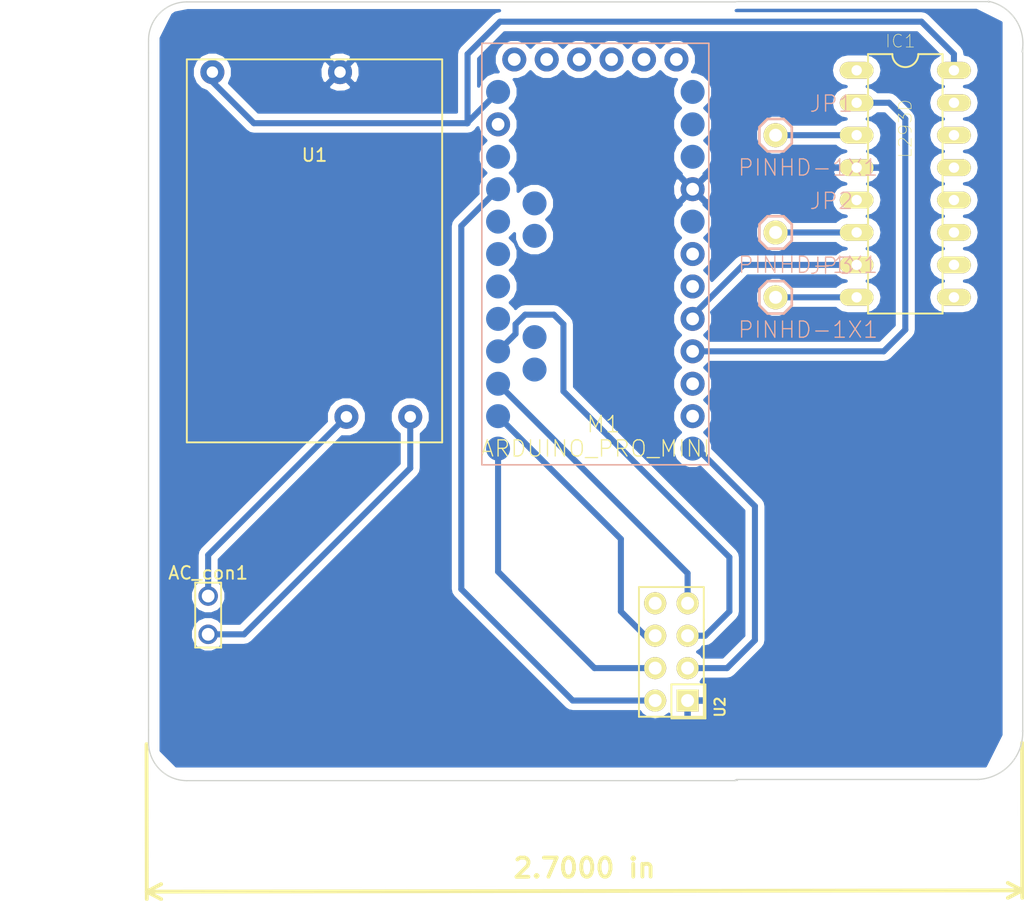
<source format=kicad_pcb>
(kicad_pcb (version 4) (host pcbnew 4.0.6-e0-6349~53~ubuntu16.04.1)

  (general
    (links 18)
    (no_connects 0)
    (area 21.949999 80.949999 68.050001 142.050001)
    (thickness 1.6)
    (drawings 21)
    (tracks 57)
    (zones 0)
    (modules 8)
    (nets 44)
  )

  (page A4)
  (layers
    (0 F.Cu signal)
    (31 B.Cu signal)
    (32 B.Adhes user)
    (33 F.Adhes user)
    (34 B.Paste user)
    (35 F.Paste user)
    (36 B.SilkS user)
    (37 F.SilkS user)
    (38 B.Mask user)
    (39 F.Mask user)
    (40 Dwgs.User user)
    (41 Cmts.User user)
    (42 Eco1.User user)
    (43 Eco2.User user)
    (44 Edge.Cuts user)
    (45 Margin user)
    (46 B.CrtYd user)
    (47 F.CrtYd user)
    (48 B.Fab user)
    (49 F.Fab user)
  )

  (setup
    (last_trace_width 0.474)
    (user_trace_width 0.474)
    (trace_clearance 0.2)
    (zone_clearance 0.508)
    (zone_45_only no)
    (trace_min 0.2)
    (segment_width 0.2)
    (edge_width 0.1)
    (via_size 0.6)
    (via_drill 0.4)
    (via_min_size 0.4)
    (via_min_drill 0.3)
    (uvia_size 0.3)
    (uvia_drill 0.1)
    (uvias_allowed no)
    (uvia_min_size 0.2)
    (uvia_min_drill 0.1)
    (pcb_text_width 0.3)
    (pcb_text_size 1.5 1.5)
    (mod_edge_width 0.15)
    (mod_text_size 1 1)
    (mod_text_width 0.15)
    (pad_size 1.8796 1.8796)
    (pad_drill 1)
    (pad_to_mask_clearance 0)
    (aux_axis_origin 0 0)
    (visible_elements FFFFFF7F)
    (pcbplotparams
      (layerselection 0x00030_80000001)
      (usegerberextensions false)
      (excludeedgelayer true)
      (linewidth 0.100000)
      (plotframeref false)
      (viasonmask false)
      (mode 1)
      (useauxorigin false)
      (hpglpennumber 1)
      (hpglpenspeed 20)
      (hpglpendiameter 15)
      (hpglpenoverlay 2)
      (psnegative false)
      (psa4output false)
      (plotreference true)
      (plotvalue true)
      (plotinvisibletext false)
      (padsonsilk false)
      (subtractmaskfromsilk false)
      (outputformat 1)
      (mirror false)
      (drillshape 1)
      (scaleselection 1)
      (outputdirectory ""))
  )

  (net 0 "")
  (net 1 "Net-(M1-Pad1)")
  (net 2 "Net-(M1-Pad2)")
  (net 3 "Net-(M1-Pad3)")
  (net 4 "Net-(M1-Pad5)")
  (net 5 "Net-(M1-Pad6)")
  (net 6 "Net-(M1-Pad7)")
  (net 7 "Net-(M1-Pad10)")
  (net 8 "Net-(M1-Pad11)")
  (net 9 "Net-(M1-Pad12)")
  (net 10 "Net-(M1-Pad13)")
  (net 11 "Net-(M1-Pad14)")
  (net 12 "Net-(M1-Pad15)")
  (net 13 "Net-(M1-Pad16)")
  (net 14 "Net-(M1-Pad17)")
  (net 15 "Net-(M1-Pad18)")
  (net 16 "Net-(M1-Pad19)")
  (net 17 "Net-(M1-Pad20)")
  (net 18 "Net-(M1-Pad21)")
  (net 19 "Net-(M1-Pad22)")
  (net 20 "Net-(M1-Pad23)")
  (net 21 "Net-(M1-PadA4)")
  (net 22 "Net-(M1-PadA5)")
  (net 23 "Net-(M1-PadA6)")
  (net 24 "Net-(M1-PadA7)")
  (net 25 "Net-(U2-Pad8)")
  (net 26 "Net-(AC_con1-Pad1)")
  (net 27 "Net-(AC_con1-Pad2)")
  (net 28 "Net-(IC1-Pad1)")
  (net 29 "Net-(IC1-Pad2)")
  (net 30 "Net-(IC1-Pad7)")
  (net 31 "Net-(IC1-Pad8)")
  (net 32 "Net-(IC1-Pad3)")
  (net 33 "Net-(IC1-Pad4)")
  (net 34 "Net-(IC1-Pad6)")
  (net 35 "Net-(IC1-Pad5)")
  (net 36 "Net-(IC1-Pad9)")
  (net 37 "Net-(IC1-Pad10)")
  (net 38 "Net-(IC1-Pad11)")
  (net 39 "Net-(IC1-Pad12)")
  (net 40 "Net-(IC1-Pad13)")
  (net 41 "Net-(IC1-Pad14)")
  (net 42 "Net-(IC1-Pad15)")
  (net 43 "Net-(IC1-Pad16)")

  (net_class Default "This is the default net class."
    (clearance 0.2)
    (trace_width 0.25)
    (via_dia 0.6)
    (via_drill 0.4)
    (uvia_dia 0.3)
    (uvia_drill 0.1)
    (add_net "Net-(AC_con1-Pad1)")
    (add_net "Net-(AC_con1-Pad2)")
    (add_net "Net-(IC1-Pad1)")
    (add_net "Net-(IC1-Pad10)")
    (add_net "Net-(IC1-Pad11)")
    (add_net "Net-(IC1-Pad12)")
    (add_net "Net-(IC1-Pad13)")
    (add_net "Net-(IC1-Pad14)")
    (add_net "Net-(IC1-Pad15)")
    (add_net "Net-(IC1-Pad16)")
    (add_net "Net-(IC1-Pad2)")
    (add_net "Net-(IC1-Pad3)")
    (add_net "Net-(IC1-Pad4)")
    (add_net "Net-(IC1-Pad5)")
    (add_net "Net-(IC1-Pad6)")
    (add_net "Net-(IC1-Pad7)")
    (add_net "Net-(IC1-Pad8)")
    (add_net "Net-(IC1-Pad9)")
    (add_net "Net-(M1-Pad1)")
    (add_net "Net-(M1-Pad10)")
    (add_net "Net-(M1-Pad11)")
    (add_net "Net-(M1-Pad12)")
    (add_net "Net-(M1-Pad13)")
    (add_net "Net-(M1-Pad14)")
    (add_net "Net-(M1-Pad15)")
    (add_net "Net-(M1-Pad16)")
    (add_net "Net-(M1-Pad17)")
    (add_net "Net-(M1-Pad18)")
    (add_net "Net-(M1-Pad19)")
    (add_net "Net-(M1-Pad2)")
    (add_net "Net-(M1-Pad20)")
    (add_net "Net-(M1-Pad21)")
    (add_net "Net-(M1-Pad22)")
    (add_net "Net-(M1-Pad23)")
    (add_net "Net-(M1-Pad3)")
    (add_net "Net-(M1-Pad5)")
    (add_net "Net-(M1-Pad6)")
    (add_net "Net-(M1-Pad7)")
    (add_net "Net-(M1-PadA4)")
    (add_net "Net-(M1-PadA5)")
    (add_net "Net-(M1-PadA6)")
    (add_net "Net-(M1-PadA7)")
    (add_net "Net-(U2-Pad8)")
  )

  (module SparkFun-Boards:ARDUINO_PRO_MINI (layer B.Cu) (tedit 59A7F5D2) (tstamp 59957DCC)
    (at 57 100.75 180)
    (path /598D8D20)
    (attr virtual)
    (fp_text reference M1 (at -0.635 -13.335 180) (layer F.SilkS)
      (effects (font (size 1.27 1.27) (thickness 0.1016)))
    )
    (fp_text value ARDUINO_PRO_MINI (at 0 -15.24 180) (layer F.SilkS)
      (effects (font (size 1.27 1.27) (thickness 0.1016)))
    )
    (fp_line (start -8.89 16.51) (end -8.89 -16.51) (layer B.SilkS) (width 0.127))
    (fp_line (start -8.89 -16.51) (end 8.89 -16.51) (layer B.SilkS) (width 0.127))
    (fp_line (start 8.89 -16.51) (end 8.89 16.51) (layer B.SilkS) (width 0.127))
    (fp_line (start 8.89 16.51) (end -8.89 16.51) (layer B.SilkS) (width 0.127))
    (pad 1 smd circle (at -7.62 12.7 180) (size 1.8796 1.8796) (layers B.Cu B.Paste B.Mask)
      (net 1 "Net-(M1-Pad1)"))
    (pad 2 smd circle (at -7.62 10.16 180) (size 1.8796 1.8796) (layers B.Cu B.Paste B.Mask)
      (net 2 "Net-(M1-Pad2)"))
    (pad 3 smd circle (at -7.62 7.62 180) (size 1.8796 1.8796) (layers B.Cu B.Paste B.Mask)
      (net 3 "Net-(M1-Pad3)"))
    (pad 4 thru_hole circle (at -7.62 5.08 180) (size 1.8796 1.8796) (drill 1) (layers *.Cu *.Mask)
      (net 33 "Net-(IC1-Pad4)"))
    (pad 5 smd circle (at -7.62 2.54 180) (size 1.8796 1.8796) (layers B.Cu B.Paste B.Mask)
      (net 4 "Net-(M1-Pad5)"))
    (pad 6 thru_hole circle (at -7.62 0 180) (size 1.8796 1.8796) (drill 1) (layers *.Cu *.Mask)
      (net 5 "Net-(M1-Pad6)"))
    (pad 7 thru_hole circle (at -7.62 -2.54 180) (size 1.8796 1.8796) (drill 1) (layers *.Cu *.Mask)
      (net 6 "Net-(M1-Pad7)"))
    (pad 8 thru_hole circle (at -7.62 -5.08 180) (size 1.8796 1.8796) (drill 1) (layers *.Cu *.Mask)
      (net 30 "Net-(IC1-Pad7)"))
    (pad 9 thru_hole circle (at -7.62 -7.62 180) (size 1.8796 1.8796) (drill 1) (layers *.Cu *.Mask)
      (net 29 "Net-(IC1-Pad2)"))
    (pad 10 thru_hole circle (at -7.62 -10.16 180) (size 1.8796 1.8796) (drill 1) (layers *.Cu *.Mask)
      (net 7 "Net-(M1-Pad10)"))
    (pad 11 thru_hole circle (at -7.62 -12.7 180) (size 1.8796 1.8796) (drill 1) (layers *.Cu *.Mask)
      (net 8 "Net-(M1-Pad11)"))
    (pad 12 smd circle (at -7.62 -15.24 180) (size 1.8796 1.8796) (layers B.Cu B.Paste B.Mask)
      (net 9 "Net-(M1-Pad12)"))
    (pad 13 smd circle (at 7.62 -15.24 180) (size 1.8796 1.8796) (layers B.Cu B.Paste B.Mask)
      (net 10 "Net-(M1-Pad13)"))
    (pad 14 smd circle (at 7.62 -12.7 180) (size 1.8796 1.8796) (layers B.Cu B.Paste B.Mask)
      (net 11 "Net-(M1-Pad14)"))
    (pad 15 smd circle (at 7.62 -10.16 180) (size 1.8796 1.8796) (layers B.Cu B.Paste B.Mask)
      (net 12 "Net-(M1-Pad15)"))
    (pad 16 smd circle (at 7.62 -7.62 180) (size 1.8796 1.8796) (layers B.Cu B.Paste B.Mask)
      (net 13 "Net-(M1-Pad16)"))
    (pad 17 smd circle (at 7.62 -5.08 180) (size 1.8796 1.8796) (layers B.Cu B.Paste B.Mask)
      (net 14 "Net-(M1-Pad17)"))
    (pad 18 smd circle (at 7.62 -2.54 180) (size 1.8796 1.8796) (layers B.Cu B.Paste B.Mask)
      (net 15 "Net-(M1-Pad18)"))
    (pad 19 smd circle (at 7.62 0 180) (size 1.8796 1.8796) (layers B.Cu B.Paste B.Mask)
      (net 16 "Net-(M1-Pad19)"))
    (pad 20 smd circle (at 7.62 2.54 180) (size 1.8796 1.8796) (layers B.Cu B.Paste B.Mask)
      (net 17 "Net-(M1-Pad20)"))
    (pad 21 smd circle (at 7.62 5.08 180) (size 1.8796 1.8796) (layers B.Cu B.Paste B.Mask)
      (net 18 "Net-(M1-Pad21)"))
    (pad 22 smd circle (at 7.62 7.62 180) (size 1.8796 1.8796) (layers B.Cu B.Paste B.Mask)
      (net 19 "Net-(M1-Pad22)"))
    (pad 23 thru_hole circle (at 7.62 10.16 180) (size 1.8796 1.8796) (drill 1) (layers *.Cu *.Mask)
      (net 20 "Net-(M1-Pad23)"))
    (pad 24 smd circle (at 7.62 12.7 180) (size 1.8796 1.8796) (layers B.Cu B.Paste B.Mask)
      (net 43 "Net-(IC1-Pad16)"))
    (pad A4 smd circle (at 4.7625 1.42748 180) (size 1.8796 1.8796) (layers B.Cu B.Paste B.Mask)
      (net 21 "Net-(M1-PadA4)"))
    (pad A5 smd circle (at 4.7625 3.96748 180) (size 1.8796 1.8796) (layers B.Cu B.Paste B.Mask)
      (net 22 "Net-(M1-PadA5)"))
    (pad A6 smd circle (at 4.7625 -9.04748 180) (size 1.8796 1.8796) (layers B.Cu B.Paste B.Mask)
      (net 23 "Net-(M1-PadA6)"))
    (pad A7 smd circle (at 4.7625 -6.50748 180) (size 1.8796 1.8796) (layers B.Cu B.Paste B.Mask)
      (net 24 "Net-(M1-PadA7)"))
    (pad BLK thru_hole circle (at -6.35 15.24 180) (size 1.8796 1.8796) (drill 1) (layers *.Cu *.Mask))
    (pad GND thru_hole circle (at -3.81 15.24 180) (size 1.8796 1.8796) (drill 1) (layers *.Cu *.Mask))
    (pad GRN thru_hole circle (at 6.35 15.24 180) (size 1.8796 1.8796) (drill 1) (layers *.Cu *.Mask))
    (pad RXI thru_hole circle (at 1.27 15.24 180) (size 1.8796 1.8796) (drill 1) (layers *.Cu *.Mask))
    (pad TXO thru_hole circle (at 3.81 15.24 180) (size 1.8796 1.8796) (drill 1) (layers *.Cu *.Mask))
    (pad VCC thru_hole circle (at -1.27 15.24 180) (size 1.8796 1.8796) (drill 1) (layers *.Cu *.Mask))
  )

  (module ACDC:ACDC (layer F.Cu) (tedit 5995C2FF) (tstamp 59957DD8)
    (at 35 100.5 180)
    (path /599065B9)
    (fp_text reference U1 (at 0 7.5 180) (layer F.SilkS)
      (effects (font (size 1 1) (thickness 0.15)))
    )
    (fp_text value ACDC (at 0 -7.5 180) (layer F.Fab)
      (effects (font (size 1 1) (thickness 0.15)))
    )
    (fp_line (start -10 -15) (end 10 -15) (layer F.SilkS) (width 0.15))
    (fp_line (start 10 -15) (end 10 15) (layer F.SilkS) (width 0.15))
    (fp_line (start 10 15) (end -10 15) (layer F.SilkS) (width 0.15))
    (fp_line (start -10 15) (end -10 -15) (layer F.SilkS) (width 0.15))
    (pad 1 thru_hole circle (at -7.5 -13 180) (size 1.88 1.88) (drill 0.9) (layers *.Cu *.Mask)
      (net 26 "Net-(AC_con1-Pad1)"))
    (pad 2 thru_hole circle (at -2.5 -13 180) (size 1.88 1.88) (drill 0.9) (layers *.Cu *.Mask)
      (net 27 "Net-(AC_con1-Pad2)"))
    (pad 4 thru_hole circle (at -2 14 180) (size 1.88 1.88) (drill 0.9) (layers *.Cu *.Mask)
      (net 33 "Net-(IC1-Pad4)"))
    (pad 3 thru_hole circle (at 8 14 180) (size 1.88 1.88) (drill 0.9) (layers *.Cu *.Mask)
      (net 43 "Net-(IC1-Pad16)"))
  )

  (module mysensors_radios:NRF24L01 (layer F.Cu) (tedit 5587F36C) (tstamp 59957DE4)
    (at 65.75 137.25 270)
    (descr NRF24L01)
    (tags "nRF 24 NRF24L01 NRF24L01+")
    (path /59902D13)
    (fp_text reference U2 (at -1.016 -1.016 270) (layer F.SilkS)
      (effects (font (size 0.8 0.8) (thickness 0.16)))
    )
    (fp_text value NRF24L01 (at -8.382 7.112 270) (layer F.Fab) hide
      (effects (font (size 0.8 0.8) (thickness 0.16)))
    )
    (fp_line (start -15.25 28.8) (end 0 28.8) (layer F.CrtYd) (width 0.15))
    (fp_line (start 0 28.8) (end 0 0) (layer F.CrtYd) (width 0.15))
    (fp_line (start 0 0) (end -15.25 0) (layer F.CrtYd) (width 0.15))
    (fp_line (start -15.25 0) (end -15.25 28.8) (layer F.CrtYd) (width 0.15))
    (fp_line (start -2.794 0.127) (end -0.127 0.127) (layer F.SilkS) (width 0.15))
    (fp_line (start -0.127 0.127) (end -0.127 2.794) (layer F.SilkS) (width 0.15))
    (fp_line (start 0 0) (end -15.25 0) (layer B.CrtYd) (width 0.15))
    (fp_line (start -15.25 0) (end -15.25 28.8) (layer B.CrtYd) (width 0.15))
    (fp_line (start -15.25 28.8) (end 0 28.8) (layer B.CrtYd) (width 0.15))
    (fp_line (start 0 28.8) (end 0 0) (layer B.CrtYd) (width 0.15))
    (fp_line (start -7.874 0.254) (end -10.414 0.254) (layer F.SilkS) (width 0.15))
    (fp_line (start -10.414 0.254) (end -10.414 2.794) (layer F.SilkS) (width 0.15))
    (fp_line (start -2.794 0.254) (end -2.794 2.794) (layer F.SilkS) (width 0.15))
    (fp_line (start -2.794 2.794) (end -0.254 2.794) (layer F.SilkS) (width 0.15))
    (fp_line (start -10.894 -0.226) (end -10.894 5.824) (layer F.CrtYd) (width 0.05))
    (fp_line (start 0.256 -0.226) (end 0.256 5.824) (layer F.CrtYd) (width 0.05))
    (fp_line (start -10.894 -0.226) (end 0.256 -0.226) (layer F.CrtYd) (width 0.05))
    (fp_line (start -10.894 5.824) (end 0.256 5.824) (layer F.CrtYd) (width 0.05))
    (fp_line (start -7.874 0.254) (end -0.254 0.254) (layer F.SilkS) (width 0.15))
    (fp_line (start -0.254 0.254) (end -0.254 5.334) (layer F.SilkS) (width 0.15))
    (fp_line (start -0.254 5.334) (end -10.414 5.334) (layer F.SilkS) (width 0.15))
    (fp_line (start -10.414 5.334) (end -10.414 2.794) (layer F.SilkS) (width 0.15))
    (pad 7 thru_hole oval (at -9.144 1.524 270) (size 1.7272 1.7272) (drill 1.016) (layers *.Cu *.Mask F.SilkS)
      (net 12 "Net-(M1-Pad15)"))
    (pad 8 thru_hole oval (at -9.144 4.064 270) (size 1.7272 1.7272) (drill 1.016) (layers *.Cu *.Mask F.SilkS)
      (net 25 "Net-(U2-Pad8)"))
    (pad 5 thru_hole oval (at -6.604 1.524 270) (size 1.7272 1.7272) (drill 1.016) (layers *.Cu *.Mask F.SilkS)
      (net 13 "Net-(M1-Pad16)"))
    (pad 6 thru_hole oval (at -6.604 4.064 270) (size 1.7272 1.7272) (drill 1.016) (layers *.Cu *.Mask F.SilkS)
      (net 11 "Net-(M1-Pad14)"))
    (pad 3 thru_hole oval (at -4.064 1.524 270) (size 1.7272 1.7272) (drill 1.016) (layers *.Cu *.Mask F.SilkS)
      (net 9 "Net-(M1-Pad12)"))
    (pad 4 thru_hole oval (at -4.064 4.064 270) (size 1.7272 1.7272) (drill 1.016) (layers *.Cu *.Mask F.SilkS)
      (net 10 "Net-(M1-Pad13)"))
    (pad 1 thru_hole rect (at -1.524 1.524 270) (size 1.7272 1.7272) (drill 1.016) (layers *.Cu *.Mask F.SilkS)
      (net 33 "Net-(IC1-Pad4)"))
    (pad 2 thru_hole oval (at -1.524 4.064 270) (size 1.7272 1.7272) (drill 1.016) (layers *.Cu *.Mask F.SilkS)
      (net 18 "Net-(M1-Pad21)"))
    (model Socket_Strips.3dshapes/Socket_Strip_Straight_2x04.wrl
      (at (xyz -0.21 -0.11 0))
      (scale (xyz 1 1 1))
      (rotate (xyz 0 0 0))
    )
    (model Pin_Headers.3dshapes/Pin_Header_Straight_2x04.wrl
      (at (xyz -0.21 -0.11 0.442))
      (scale (xyz 1 1 1))
      (rotate (xyz 0 180 0))
    )
    (model ${MYSLOCAL}/mysensors.3dshapes/mysensors_radios.3dshapes/nrf24l01.wrl
      (at (xyz -0.3 -0.5669999999999999 0.475))
      (scale (xyz 0.395 0.395 0.395))
      (rotate (xyz 0 0 0))
    )
    (model Housings_DFN_QFN.3dshapes/QFN-20-1EP_4x4mm_Pitch0.5mm.wrl
      (at (xyz -0.22 -0.51 0.509))
      (scale (xyz 1 1 1))
      (rotate (xyz 0 0 0))
    )
    (model ${MYSLOCAL}/mysensors.3dshapes/w.lain.3dshapes/crystal/crystal_hc-49s.wrl
      (at (xyz -0.5 -0.475 0.51))
      (scale (xyz 1 1 1))
      (rotate (xyz 0 0 90))
    )
  )

  (module ACDC:AC_con (layer F.Cu) (tedit 5995C2A3) (tstamp 5995C277)
    (at 26.67 129.54 180)
    (path /59957AB2)
    (fp_text reference AC_con1 (at 0 3.81 180) (layer F.SilkS)
      (effects (font (size 1 1) (thickness 0.15)))
    )
    (fp_text value AC_con (at 0 -3.81 180) (layer F.Fab)
      (effects (font (size 1 1) (thickness 0.15)))
    )
    (fp_line (start -1.016 3.048) (end -1.016 2.54) (layer F.SilkS) (width 0.15))
    (fp_line (start 1.016 2.54) (end 1.016 3.048) (layer F.SilkS) (width 0.15))
    (fp_line (start 1.016 3.048) (end -1.016 3.048) (layer F.SilkS) (width 0.15))
    (fp_line (start -1.016 2.032) (end -1.016 2.54) (layer F.SilkS) (width 0.15))
    (fp_line (start 1.016 2.032) (end 1.016 2.54) (layer F.SilkS) (width 0.15))
    (fp_line (start -1.016 -2.032) (end 1.016 -2.032) (layer F.SilkS) (width 0.15))
    (fp_line (start -1.016 -2.032) (end -1.016 2.032) (layer F.SilkS) (width 0.15))
    (fp_line (start 1.016 -2.032) (end 1.016 2.032) (layer F.SilkS) (width 0.15))
    (pad 1 thru_hole circle (at 0 -1 180) (size 1.524 1.524) (drill 1) (layers *.Cu *.Mask)
      (net 26 "Net-(AC_con1-Pad1)"))
    (pad 2 thru_hole circle (at 0 2 180) (size 1.524 1.524) (drill 1) (layers *.Cu *.Mask)
      (net 27 "Net-(AC_con1-Pad2)"))
  )

  (module L293D:DIL16 (layer F.Cu) (tedit 0) (tstamp 59A7F242)
    (at 81.28 95.25 270)
    (descr "<b>Dual In Line Package</b>")
    (path /59A7ED5D)
    (fp_text reference IC1 (at -11.1771 0.381038 360) (layer F.SilkS)
      (effects (font (size 1.0001 1.0001) (thickness 0.05)))
    )
    (fp_text value L293D (at -4.32257 0 270) (layer F.SilkS)
      (effects (font (size 1.00106 1.00106) (thickness 0.05)))
    )
    (fp_line (start 10.16 -2.921) (end -10.16 -2.921) (layer F.SilkS) (width 0.1524))
    (fp_line (start -10.16 2.921) (end 10.16 2.921) (layer F.SilkS) (width 0.1524))
    (fp_line (start 10.16 -2.921) (end 10.16 2.921) (layer F.SilkS) (width 0.1524))
    (fp_line (start -10.16 -2.921) (end -10.16 -1.016) (layer F.SilkS) (width 0.1524))
    (fp_line (start -10.16 2.921) (end -10.16 1.016) (layer F.SilkS) (width 0.1524))
    (fp_arc (start -10.16 0) (end -10.16 1.016) (angle -180) (layer F.SilkS) (width 0.1524))
    (pad 1 thru_hole oval (at -8.89 3.81) (size 2.6416 1.3208) (drill 0.8128) (layers *.Cu *.Mask F.SilkS)
      (net 28 "Net-(IC1-Pad1)"))
    (pad 2 thru_hole oval (at -6.35 3.81) (size 2.6416 1.3208) (drill 0.8128) (layers *.Cu *.Mask F.SilkS)
      (net 29 "Net-(IC1-Pad2)"))
    (pad 7 thru_hole oval (at 6.35 3.81) (size 2.6416 1.3208) (drill 0.8128) (layers *.Cu *.Mask F.SilkS)
      (net 30 "Net-(IC1-Pad7)"))
    (pad 8 thru_hole oval (at 8.89 3.81) (size 2.6416 1.3208) (drill 0.8128) (layers *.Cu *.Mask F.SilkS)
      (net 31 "Net-(IC1-Pad8)"))
    (pad 3 thru_hole oval (at -3.81 3.81) (size 2.6416 1.3208) (drill 0.8128) (layers *.Cu *.Mask F.SilkS)
      (net 32 "Net-(IC1-Pad3)"))
    (pad 4 thru_hole oval (at -1.27 3.81) (size 2.6416 1.3208) (drill 0.8128) (layers *.Cu *.Mask F.SilkS)
      (net 33 "Net-(IC1-Pad4)"))
    (pad 6 thru_hole oval (at 3.81 3.81) (size 2.6416 1.3208) (drill 0.8128) (layers *.Cu *.Mask F.SilkS)
      (net 34 "Net-(IC1-Pad6)"))
    (pad 5 thru_hole oval (at 1.27 3.81) (size 2.6416 1.3208) (drill 0.8128) (layers *.Cu *.Mask F.SilkS)
      (net 35 "Net-(IC1-Pad5)"))
    (pad 9 thru_hole oval (at 8.89 -3.81) (size 2.6416 1.3208) (drill 0.8128) (layers *.Cu *.Mask F.SilkS)
      (net 36 "Net-(IC1-Pad9)"))
    (pad 10 thru_hole oval (at 6.35 -3.81) (size 2.6416 1.3208) (drill 0.8128) (layers *.Cu *.Mask F.SilkS)
      (net 37 "Net-(IC1-Pad10)"))
    (pad 11 thru_hole oval (at 3.81 -3.81) (size 2.6416 1.3208) (drill 0.8128) (layers *.Cu *.Mask F.SilkS)
      (net 38 "Net-(IC1-Pad11)"))
    (pad 12 thru_hole oval (at 1.27 -3.81) (size 2.6416 1.3208) (drill 0.8128) (layers *.Cu *.Mask F.SilkS)
      (net 39 "Net-(IC1-Pad12)"))
    (pad 13 thru_hole oval (at -1.27 -3.81) (size 2.6416 1.3208) (drill 0.8128) (layers *.Cu *.Mask F.SilkS)
      (net 40 "Net-(IC1-Pad13)"))
    (pad 14 thru_hole oval (at -3.81 -3.81) (size 2.6416 1.3208) (drill 0.8128) (layers *.Cu *.Mask F.SilkS)
      (net 41 "Net-(IC1-Pad14)"))
    (pad 15 thru_hole oval (at -6.35 -3.81) (size 2.6416 1.3208) (drill 0.8128) (layers *.Cu *.Mask F.SilkS)
      (net 42 "Net-(IC1-Pad15)"))
    (pad 16 thru_hole oval (at -8.89 -3.81) (size 2.6416 1.3208) (drill 0.8128) (layers *.Cu *.Mask F.SilkS)
      (net 43 "Net-(IC1-Pad16)"))
  )

  (module 1X01 (layer F.Cu) (tedit 200000) (tstamp 59A7F425)
    (at 71.12 91.44)
    (path /59A7FC52)
    (attr virtual)
    (fp_text reference JP1 (at 4.36626 -2.4638) (layer B.SilkS)
      (effects (font (size 1.27 1.27) (thickness 0.1016)))
    )
    (fp_text value PINHD-1X1 (at 2.54 2.54) (layer B.SilkS)
      (effects (font (size 1.27 1.27) (thickness 0.1016)))
    )
    (fp_line (start -0.254 0.254) (end 0.254 0.254) (layer F.SilkS) (width 0.06604))
    (fp_line (start 0.254 0.254) (end 0.254 -0.254) (layer F.SilkS) (width 0.06604))
    (fp_line (start -0.254 -0.254) (end 0.254 -0.254) (layer F.SilkS) (width 0.06604))
    (fp_line (start -0.254 0.254) (end -0.254 -0.254) (layer F.SilkS) (width 0.06604))
    (fp_line (start 1.27 -0.635) (end 0.635 -1.27) (layer B.SilkS) (width 0.2032))
    (fp_line (start 0.635 -1.27) (end -0.635 -1.27) (layer B.SilkS) (width 0.2032))
    (fp_line (start -0.635 -1.27) (end -1.27 -0.635) (layer B.SilkS) (width 0.2032))
    (fp_line (start -1.27 -0.635) (end -1.27 0.635) (layer B.SilkS) (width 0.2032))
    (fp_line (start -1.27 0.635) (end -0.635 1.27) (layer B.SilkS) (width 0.2032))
    (fp_line (start -0.635 1.27) (end 0.635 1.27) (layer B.SilkS) (width 0.2032))
    (fp_line (start 0.635 1.27) (end 1.27 0.635) (layer B.SilkS) (width 0.2032))
    (fp_line (start 1.27 0.635) (end 1.27 -0.635) (layer B.SilkS) (width 0.2032))
    (pad 1 thru_hole circle (at 0 0) (size 1.8796 1.8796) (drill 1.016) (layers *.Cu F.Paste F.SilkS F.Mask)
      (net 32 "Net-(IC1-Pad3)"))
  )

  (module 1X01 (layer F.Cu) (tedit 200000) (tstamp 59A7F42A)
    (at 71.12 99.06)
    (path /59A7FCC7)
    (attr virtual)
    (fp_text reference JP2 (at 4.36626 -2.4638) (layer B.SilkS)
      (effects (font (size 1.27 1.27) (thickness 0.1016)))
    )
    (fp_text value PINHD-1X1 (at 2.54 2.54) (layer B.SilkS)
      (effects (font (size 1.27 1.27) (thickness 0.1016)))
    )
    (fp_line (start -0.254 0.254) (end 0.254 0.254) (layer F.SilkS) (width 0.06604))
    (fp_line (start 0.254 0.254) (end 0.254 -0.254) (layer F.SilkS) (width 0.06604))
    (fp_line (start -0.254 -0.254) (end 0.254 -0.254) (layer F.SilkS) (width 0.06604))
    (fp_line (start -0.254 0.254) (end -0.254 -0.254) (layer F.SilkS) (width 0.06604))
    (fp_line (start 1.27 -0.635) (end 0.635 -1.27) (layer B.SilkS) (width 0.2032))
    (fp_line (start 0.635 -1.27) (end -0.635 -1.27) (layer B.SilkS) (width 0.2032))
    (fp_line (start -0.635 -1.27) (end -1.27 -0.635) (layer B.SilkS) (width 0.2032))
    (fp_line (start -1.27 -0.635) (end -1.27 0.635) (layer B.SilkS) (width 0.2032))
    (fp_line (start -1.27 0.635) (end -0.635 1.27) (layer B.SilkS) (width 0.2032))
    (fp_line (start -0.635 1.27) (end 0.635 1.27) (layer B.SilkS) (width 0.2032))
    (fp_line (start 0.635 1.27) (end 1.27 0.635) (layer B.SilkS) (width 0.2032))
    (fp_line (start 1.27 0.635) (end 1.27 -0.635) (layer B.SilkS) (width 0.2032))
    (pad 1 thru_hole circle (at 0 0) (size 1.8796 1.8796) (drill 1.016) (layers *.Cu F.Paste F.SilkS F.Mask)
      (net 34 "Net-(IC1-Pad6)"))
  )

  (module 1X01 (layer F.Cu) (tedit 200000) (tstamp 59A7F42F)
    (at 71.12 104.14)
    (path /59A7FCF2)
    (attr virtual)
    (fp_text reference JP3 (at 4.36626 -2.4638) (layer B.SilkS)
      (effects (font (size 1.27 1.27) (thickness 0.1016)))
    )
    (fp_text value PINHD-1X1 (at 2.54 2.54) (layer B.SilkS)
      (effects (font (size 1.27 1.27) (thickness 0.1016)))
    )
    (fp_line (start -0.254 0.254) (end 0.254 0.254) (layer F.SilkS) (width 0.06604))
    (fp_line (start 0.254 0.254) (end 0.254 -0.254) (layer F.SilkS) (width 0.06604))
    (fp_line (start -0.254 -0.254) (end 0.254 -0.254) (layer F.SilkS) (width 0.06604))
    (fp_line (start -0.254 0.254) (end -0.254 -0.254) (layer F.SilkS) (width 0.06604))
    (fp_line (start 1.27 -0.635) (end 0.635 -1.27) (layer B.SilkS) (width 0.2032))
    (fp_line (start 0.635 -1.27) (end -0.635 -1.27) (layer B.SilkS) (width 0.2032))
    (fp_line (start -0.635 -1.27) (end -1.27 -0.635) (layer B.SilkS) (width 0.2032))
    (fp_line (start -1.27 -0.635) (end -1.27 0.635) (layer B.SilkS) (width 0.2032))
    (fp_line (start -1.27 0.635) (end -0.635 1.27) (layer B.SilkS) (width 0.2032))
    (fp_line (start -0.635 1.27) (end 0.635 1.27) (layer B.SilkS) (width 0.2032))
    (fp_line (start 0.635 1.27) (end 1.27 0.635) (layer B.SilkS) (width 0.2032))
    (fp_line (start 1.27 0.635) (end 1.27 -0.635) (layer B.SilkS) (width 0.2032))
    (pad 1 thru_hole circle (at 0 0) (size 1.8796 1.8796) (drill 1.016) (layers *.Cu F.Paste F.SilkS F.Mask)
      (net 31 "Net-(IC1-Pad8)"))
  )

  (dimension 68.580075 (width 0.3) (layer F.SilkS)
    (gr_text "68,580 mm" (at 56.153118 151.994964 0.08488257422) (layer F.SilkS)
      (effects (font (size 1.5 1.5) (thickness 0.3)))
    )
    (feature1 (pts (xy 90.424 139.0396) (xy 90.445118 153.294163)))
    (feature2 (pts (xy 21.844 139.1412) (xy 21.865118 153.395763)))
    (crossbar (pts (xy 21.861118 150.695766) (xy 90.441118 150.594166)))
    (arrow1a (pts (xy 90.441118 150.594166) (xy 89.315484 151.182255)))
    (arrow1b (pts (xy 90.441118 150.594166) (xy 89.313747 150.009415)))
    (arrow2a (pts (xy 21.861118 150.695766) (xy 22.988489 151.280517)))
    (arrow2b (pts (xy 21.861118 150.695766) (xy 22.986752 150.107677)))
  )
  (gr_line (start 68.1228 141.9606) (end 68.1228 141.986) (angle 90) (layer Edge.Cuts) (width 0.1))
  (gr_line (start 68.0974 141.9352) (end 68.1228 141.9606) (angle 90) (layer Edge.Cuts) (width 0.1))
  (gr_line (start 67.9704 141.9352) (end 68.0974 141.9352) (angle 90) (layer Edge.Cuts) (width 0.1))
  (gr_line (start 68.072 141.9098) (end 68.072 141.9606) (angle 90) (layer Edge.Cuts) (width 0.1))
  (gr_line (start 87.0712 141.9098) (end 68.072 141.9098) (angle 90) (layer Edge.Cuts) (width 0.1))
  (gr_line (start 90.4748 138.1252) (end 90.4494 138.1252) (angle 90) (layer Edge.Cuts) (width 0.1))
  (gr_line (start 90.4748 84.6074) (end 90.4748 138.1252) (angle 90) (layer Edge.Cuts) (width 0.1))
  (gr_line (start 87.7824 80.9752) (end 87.8332 81.026) (angle 90) (layer Edge.Cuts) (width 0.1))
  (gr_line (start 68.072 80.9752) (end 87.7824 80.9752) (angle 90) (layer Edge.Cuts) (width 0.1))
  (gr_arc (start 86.7918 138.2268) (end 90.4748 138.0744) (angle 90) (layer Edge.Cuts) (width 0.1))
  (gr_arc (start 87.122 84.2518) (end 87.7824 80.9498) (angle 90) (layer Edge.Cuts) (width 0.1))
  (gr_line (start 67.9704 141.986) (end 67.9196 141.986) (angle 90) (layer Edge.Cuts) (width 0.1))
  (dimension 61 (width 0.3) (layer Eco1.User)
    (gr_text "61,000 mm" (at 16.65 111.5 90) (layer Eco1.User)
      (effects (font (size 1.5 1.5) (thickness 0.3)))
    )
    (feature1 (pts (xy 22 81) (xy 15.3 81)))
    (feature2 (pts (xy 22 142) (xy 15.3 142)))
    (crossbar (pts (xy 18 142) (xy 18 81)))
    (arrow1a (pts (xy 18 81) (xy 18.586421 82.126504)))
    (arrow1b (pts (xy 18 81) (xy 17.413579 82.126504)))
    (arrow2a (pts (xy 18 142) (xy 18.586421 140.873496)))
    (arrow2b (pts (xy 18 142) (xy 17.413579 140.873496)))
  )
  (gr_arc (start 25 84) (end 22 84) (angle 90) (layer Edge.Cuts) (width 0.1))
  (gr_line (start 22 85) (end 22 84) (angle 90) (layer Edge.Cuts) (width 0.1))
  (gr_arc (start 25 139) (end 25 142) (angle 90) (layer Edge.Cuts) (width 0.1))
  (gr_line (start 22 138) (end 22 139) (angle 90) (layer Edge.Cuts) (width 0.1))
  (gr_line (start 22 85) (end 22 138) (angle 90) (layer Edge.Cuts) (width 0.1))
  (gr_line (start 68 81) (end 25 81) (angle 90) (layer Edge.Cuts) (width 0.1))
  (gr_line (start 25 142) (end 68 142) (angle 90) (layer Edge.Cuts) (width 0.1))

  (segment (start 64.62 115.99) (end 64.99 115.99) (width 0.474) (layer B.Cu) (net 9))
  (segment (start 64.99 115.99) (end 69.5 120.5) (width 0.474) (layer B.Cu) (net 9) (tstamp 5995847B))
  (segment (start 69.5 120.5) (end 69.5 131) (width 0.474) (layer B.Cu) (net 9) (tstamp 5995847C))
  (segment (start 69.5 131) (end 67.314 133.186) (width 0.474) (layer B.Cu) (net 9) (tstamp 5995847E))
  (segment (start 67.314 133.186) (end 64.226 133.186) (width 0.474) (layer B.Cu) (net 9) (tstamp 59958480))
  (segment (start 61.686 133.186) (end 56.936 133.186) (width 0.474) (layer B.Cu) (net 10))
  (segment (start 49.38 125.63) (end 49.38 115.99) (width 0.474) (layer B.Cu) (net 10) (tstamp 59958421))
  (segment (start 56.936 133.186) (end 49.38 125.63) (width 0.474) (layer B.Cu) (net 10) (tstamp 5995841F))
  (segment (start 59 128.75) (end 59 123.07) (width 0.474) (layer B.Cu) (net 11))
  (segment (start 60.896 130.646) (end 59 128.75) (width 0.474) (layer B.Cu) (net 11) (tstamp 59958407))
  (segment (start 59 123.07) (end 49.38 113.45) (width 0.474) (layer B.Cu) (net 11) (tstamp 5995840A))
  (segment (start 61.686 130.646) (end 60.896 130.646) (width 0.474) (layer B.Cu) (net 11))
  (segment (start 64.226 128.106) (end 64.226 125.756) (width 0.474) (layer B.Cu) (net 12))
  (segment (start 64.226 125.756) (end 49.38 110.91) (width 0.474) (layer B.Cu) (net 12) (tstamp 59958403))
  (segment (start 67.5 128.75) (end 67.5 124.5) (width 0.474) (layer B.Cu) (net 13))
  (segment (start 65.604 130.646) (end 67.5 128.75) (width 0.474) (layer B.Cu) (net 13) (tstamp 59958426))
  (segment (start 64.226 130.646) (end 65.604 130.646) (width 0.474) (layer B.Cu) (net 13))
  (segment (start 50.75 107) (end 49.38 108.37) (width 0.474) (layer B.Cu) (net 13) (tstamp 5995849D))
  (segment (start 50.75 106.25) (end 50.75 107) (width 0.474) (layer B.Cu) (net 13) (tstamp 5995849C))
  (segment (start 51.5 105.5) (end 50.75 106.25) (width 0.474) (layer B.Cu) (net 13) (tstamp 5995849B))
  (segment (start 53.75 105.5) (end 51.5 105.5) (width 0.474) (layer B.Cu) (net 13) (tstamp 5995849A))
  (segment (start 54.5 106.25) (end 53.75 105.5) (width 0.474) (layer B.Cu) (net 13) (tstamp 59958499))
  (segment (start 54.5 111.5) (end 54.5 106.25) (width 0.474) (layer B.Cu) (net 13) (tstamp 59958497))
  (segment (start 67.5 124.5) (end 54.5 111.5) (width 0.474) (layer B.Cu) (net 13) (tstamp 59958495))
  (segment (start 61.686 135.726) (end 55.226 135.726) (width 0.474) (layer B.Cu) (net 18))
  (segment (start 46.5 98.55) (end 49.38 95.67) (width 0.474) (layer B.Cu) (net 18) (tstamp 599584A4))
  (segment (start 46.5 127) (end 46.5 98.55) (width 0.474) (layer B.Cu) (net 18) (tstamp 599584A2))
  (segment (start 55.226 135.726) (end 46.5 127) (width 0.474) (layer B.Cu) (net 18) (tstamp 599584A0))
  (segment (start 26.67 130.54) (end 29.48 130.54) (width 0.474) (layer B.Cu) (net 26))
  (segment (start 42.5 117.52) (end 42.5 113.5) (width 0.474) (layer B.Cu) (net 26) (tstamp 5995C2D7))
  (segment (start 29.48 130.54) (end 42.5 117.52) (width 0.474) (layer B.Cu) (net 26) (tstamp 5995C2D5))
  (segment (start 26.67 127.54) (end 26.67 124.33) (width 0.474) (layer B.Cu) (net 27))
  (segment (start 26.67 124.33) (end 37.5 113.5) (width 0.474) (layer B.Cu) (net 27) (tstamp 5995C2D1))
  (segment (start 77.47 88.9) (end 80.01 88.9) (width 0.474) (layer B.Cu) (net 29))
  (segment (start 79.59 108.37) (end 64.62 108.37) (width 0.474) (layer B.Cu) (net 29) (tstamp 59A7F2A0))
  (segment (start 81.28 106.68) (end 79.59 108.37) (width 0.474) (layer B.Cu) (net 29) (tstamp 59A7F29F))
  (segment (start 81.28 90.17) (end 81.28 106.68) (width 0.474) (layer B.Cu) (net 29) (tstamp 59A7F29E))
  (segment (start 80.01 88.9) (end 81.28 90.17) (width 0.474) (layer B.Cu) (net 29) (tstamp 59A7F29D))
  (segment (start 64.62 105.83) (end 64.62 105.56) (width 0.474) (layer B.Cu) (net 30))
  (segment (start 64.62 105.56) (end 68.58 101.6) (width 0.474) (layer B.Cu) (net 30) (tstamp 59A7F34B))
  (segment (start 68.58 101.6) (end 77.47 101.6) (width 0.474) (layer B.Cu) (net 30) (tstamp 59A7F350))
  (segment (start 77.47 104.14) (end 71.12 104.14) (width 0.474) (layer B.Cu) (net 31) (status C00000))
  (segment (start 77.47 91.44) (end 71.12 91.44) (width 0.474) (layer B.Cu) (net 32) (status C00000))
  (segment (start 65.04 95.25) (end 64.62 95.67) (width 0.474) (layer B.Cu) (net 33) (tstamp 59A7F1E8))
  (segment (start 65.04 95.25) (end 64.62 95.67) (width 0.474) (layer F.Cu) (net 33) (tstamp 59A7F1E4))
  (segment (start 77.47 99.06) (end 71.12 99.06) (width 0.474) (layer B.Cu) (net 34) (status C00000))
  (segment (start 85.09 86.36) (end 85.09 85.09) (width 0.474) (layer B.Cu) (net 43))
  (segment (start 46.99 90.44) (end 46.99 90.5) (width 0.474) (layer B.Cu) (net 43) (tstamp 59A7F2AB))
  (segment (start 46.99 85.09) (end 46.99 90.44) (width 0.474) (layer B.Cu) (net 43) (tstamp 59A7F2A8))
  (segment (start 49.53 82.55) (end 46.99 85.09) (width 0.474) (layer B.Cu) (net 43) (tstamp 59A7F2A6))
  (segment (start 82.55 82.55) (end 49.53 82.55) (width 0.474) (layer B.Cu) (net 43) (tstamp 59A7F2A4))
  (segment (start 85.09 85.09) (end 82.55 82.55) (width 0.474) (layer B.Cu) (net 43) (tstamp 59A7F2A3))
  (segment (start 27 86.5) (end 27 87.25) (width 0.474) (layer B.Cu) (net 43))
  (segment (start 27 87.25) (end 30.25 90.5) (width 0.474) (layer B.Cu) (net 43) (tstamp 599583A2))
  (segment (start 30.25 90.5) (end 46.99 90.5) (width 0.474) (layer B.Cu) (net 43) (tstamp 599583A3))
  (segment (start 46.99 90.5) (end 46.93 90.5) (width 0.474) (layer B.Cu) (net 43) (tstamp 59A7F2AC))
  (segment (start 46.93 90.5) (end 49.38 88.05) (width 0.474) (layer B.Cu) (net 43) (tstamp 599583A5))

  (zone (net 33) (net_name "Net-(IC1-Pad4)") (layer B.Cu) (tstamp 59A7F6B1) (hatch edge 0.508)
    (connect_pads (clearance 0.508))
    (min_thickness 0.254)
    (fill yes (arc_segments 16) (thermal_gap 0.508) (thermal_bridge_width 0.508))
    (polygon
      (pts
        (xy 24.13 140.97) (xy 87.63 140.97) (xy 88.9 138.43) (xy 88.9 82.55) (xy 86.36 81.28)
        (xy 24.13 81.28) (xy 22.86 83.82) (xy 22.86 139.7)
      )
    )
    (filled_polygon
      (pts
        (xy 88.773 82.62849) (xy 88.773 138.40002) (xy 87.55151 140.843) (xy 24.182606 140.843) (xy 22.987 139.647394)
        (xy 22.987 130.816661) (xy 25.272758 130.816661) (xy 25.48499 131.330303) (xy 25.87763 131.723629) (xy 26.3909 131.936757)
        (xy 26.946661 131.937242) (xy 27.460303 131.72501) (xy 27.77386 131.412) (xy 29.48 131.412) (xy 29.8137 131.345623)
        (xy 30.096597 131.156597) (xy 43.116597 118.136597) (xy 43.305623 117.8537) (xy 43.372 117.52) (xy 43.372 114.84385)
        (xy 43.391 114.835999) (xy 43.834441 114.393331) (xy 44.074726 113.814661) (xy 44.075273 113.188088) (xy 43.835999 112.609)
        (xy 43.393331 112.165559) (xy 42.814661 111.925274) (xy 42.188088 111.924727) (xy 41.609 112.164001) (xy 41.165559 112.606669)
        (xy 40.925274 113.185339) (xy 40.924727 113.811912) (xy 41.164001 114.391) (xy 41.606669 114.834441) (xy 41.628 114.843298)
        (xy 41.628 117.158806) (xy 29.118806 129.668) (xy 27.773455 129.668) (xy 27.46237 129.356371) (xy 26.9491 129.143243)
        (xy 26.393339 129.142758) (xy 25.879697 129.35499) (xy 25.486371 129.74763) (xy 25.273243 130.2609) (xy 25.272758 130.816661)
        (xy 22.987 130.816661) (xy 22.987 127.816661) (xy 25.272758 127.816661) (xy 25.48499 128.330303) (xy 25.87763 128.723629)
        (xy 26.3909 128.936757) (xy 26.946661 128.937242) (xy 27.460303 128.72501) (xy 27.853629 128.33237) (xy 28.066757 127.8191)
        (xy 28.067242 127.263339) (xy 27.85501 126.749697) (xy 27.542 126.43614) (xy 27.542 124.691194) (xy 37.166352 115.066842)
        (xy 37.185339 115.074726) (xy 37.811912 115.075273) (xy 38.391 114.835999) (xy 38.834441 114.393331) (xy 39.074726 113.814661)
        (xy 39.075273 113.188088) (xy 38.835999 112.609) (xy 38.393331 112.165559) (xy 37.814661 111.925274) (xy 37.188088 111.924727)
        (xy 36.609 112.164001) (xy 36.165559 112.606669) (xy 35.925274 113.185339) (xy 35.924727 113.811912) (xy 35.933547 113.833259)
        (xy 26.053403 123.713403) (xy 25.864377 123.9963) (xy 25.798 124.33) (xy 25.798 126.436545) (xy 25.486371 126.74763)
        (xy 25.273243 127.2609) (xy 25.272758 127.816661) (xy 22.987 127.816661) (xy 22.987 83.84998) (xy 23.902915 82.018151)
        (xy 24.119225 81.873617) (xy 25.067467 81.685) (xy 49.494809 81.685) (xy 49.1963 81.744377) (xy 48.913403 81.933403)
        (xy 46.373403 84.473403) (xy 46.184377 84.7563) (xy 46.118 85.09) (xy 46.118 89.628) (xy 30.611194 89.628)
        (xy 28.592307 87.609113) (xy 36.070493 87.609113) (xy 36.161803 87.869744) (xy 36.749786 88.086243) (xy 37.375861 88.061249)
        (xy 37.838197 87.869744) (xy 37.929507 87.609113) (xy 37 86.679605) (xy 36.070493 87.609113) (xy 28.592307 87.609113)
        (xy 28.346789 87.363595) (xy 28.574726 86.814661) (xy 28.575219 86.249786) (xy 35.413757 86.249786) (xy 35.438751 86.875861)
        (xy 35.630256 87.338197) (xy 35.890887 87.429507) (xy 36.820395 86.5) (xy 37.179605 86.5) (xy 38.109113 87.429507)
        (xy 38.369744 87.338197) (xy 38.586243 86.750214) (xy 38.561249 86.124139) (xy 38.369744 85.661803) (xy 38.109113 85.570493)
        (xy 37.179605 86.5) (xy 36.820395 86.5) (xy 35.890887 85.570493) (xy 35.630256 85.661803) (xy 35.413757 86.249786)
        (xy 28.575219 86.249786) (xy 28.575273 86.188088) (xy 28.335999 85.609) (xy 28.118267 85.390887) (xy 36.070493 85.390887)
        (xy 37 86.320395) (xy 37.929507 85.390887) (xy 37.838197 85.130256) (xy 37.250214 84.913757) (xy 36.624139 84.938751)
        (xy 36.161803 85.130256) (xy 36.070493 85.390887) (xy 28.118267 85.390887) (xy 27.893331 85.165559) (xy 27.314661 84.925274)
        (xy 26.688088 84.924727) (xy 26.109 85.164001) (xy 25.665559 85.606669) (xy 25.425274 86.185339) (xy 25.424727 86.811912)
        (xy 25.664001 87.391) (xy 26.106669 87.834441) (xy 26.52492 88.008114) (xy 29.633403 91.116597) (xy 29.9163 91.305623)
        (xy 30.25 91.372) (xy 46.99 91.372) (xy 47.3237 91.305623) (xy 47.606597 91.116597) (xy 47.727418 90.935776)
        (xy 47.804965 90.858229) (xy 47.804927 90.901873) (xy 48.044171 91.480887) (xy 48.422896 91.860273) (xy 48.045728 92.236783)
        (xy 47.805474 92.815379) (xy 47.804927 93.441873) (xy 48.044171 94.020887) (xy 48.422896 94.400273) (xy 48.045728 94.776783)
        (xy 47.805474 95.355379) (xy 47.804927 95.981873) (xy 47.8137 96.003106) (xy 45.883403 97.933403) (xy 45.694377 98.2163)
        (xy 45.628 98.55) (xy 45.628 127) (xy 45.694377 127.3337) (xy 45.883403 127.616597) (xy 54.609403 136.342597)
        (xy 54.8923 136.531623) (xy 55.226 136.598) (xy 60.481316 136.598) (xy 60.62633 136.815029) (xy 61.112511 137.139885)
        (xy 61.686 137.253959) (xy 62.259489 137.139885) (xy 62.74567 136.815029) (xy 62.759737 136.793977) (xy 62.824073 136.949298)
        (xy 63.002701 137.127927) (xy 63.23609 137.2246) (xy 63.94025 137.2246) (xy 64.099 137.06585) (xy 64.099 135.853)
        (xy 64.353 135.853) (xy 64.353 137.06585) (xy 64.51175 137.2246) (xy 65.21591 137.2246) (xy 65.449299 137.127927)
        (xy 65.627927 136.949298) (xy 65.7246 136.715909) (xy 65.7246 136.01175) (xy 65.56585 135.853) (xy 64.353 135.853)
        (xy 64.099 135.853) (xy 64.079 135.853) (xy 64.079 135.599) (xy 64.099 135.599) (xy 64.099 135.579)
        (xy 64.353 135.579) (xy 64.353 135.599) (xy 65.56585 135.599) (xy 65.7246 135.44025) (xy 65.7246 134.736091)
        (xy 65.627927 134.502702) (xy 65.449299 134.324073) (xy 65.295474 134.260356) (xy 65.430684 134.058) (xy 67.314 134.058)
        (xy 67.6477 133.991623) (xy 67.930597 133.802597) (xy 70.116597 131.616597) (xy 70.305623 131.3337) (xy 70.372 131)
        (xy 70.372 120.5) (xy 70.305623 120.1663) (xy 70.116597 119.883403) (xy 66.194825 115.961631) (xy 66.195073 115.678127)
        (xy 65.955829 115.099113) (xy 65.577104 114.719727) (xy 65.954272 114.343217) (xy 66.194526 113.764621) (xy 66.195073 113.138127)
        (xy 65.955829 112.559113) (xy 65.577104 112.179727) (xy 65.954272 111.803217) (xy 66.194526 111.224621) (xy 66.195073 110.598127)
        (xy 65.955829 110.019113) (xy 65.577104 109.639727) (xy 65.954272 109.263217) (xy 65.963082 109.242) (xy 79.59 109.242)
        (xy 79.9237 109.175623) (xy 80.206597 108.986597) (xy 81.896597 107.296597) (xy 82.085623 107.0137) (xy 82.152 106.68)
        (xy 82.152 90.17) (xy 82.085623 89.8363) (xy 81.896597 89.553403) (xy 80.626597 88.283403) (xy 80.3437 88.094377)
        (xy 80.01 88.028) (xy 79.114093 88.028) (xy 79.084702 87.984014) (xy 78.664444 87.703206) (xy 78.296411 87.63)
        (xy 78.664444 87.556794) (xy 79.084702 87.275986) (xy 79.36551 86.855728) (xy 79.464116 86.36) (xy 79.36551 85.864272)
        (xy 79.084702 85.444014) (xy 78.664444 85.163206) (xy 78.168716 85.0646) (xy 76.771284 85.0646) (xy 76.275556 85.163206)
        (xy 75.855298 85.444014) (xy 75.57449 85.864272) (xy 75.475884 86.36) (xy 75.57449 86.855728) (xy 75.855298 87.275986)
        (xy 76.275556 87.556794) (xy 76.643589 87.63) (xy 76.275556 87.703206) (xy 75.855298 87.984014) (xy 75.57449 88.404272)
        (xy 75.475884 88.9) (xy 75.57449 89.395728) (xy 75.855298 89.815986) (xy 76.275556 90.096794) (xy 76.643589 90.17)
        (xy 76.275556 90.243206) (xy 75.855298 90.524014) (xy 75.825907 90.568) (xy 72.463633 90.568) (xy 72.455829 90.549113)
        (xy 72.013217 90.105728) (xy 71.434621 89.865474) (xy 70.808127 89.864927) (xy 70.229113 90.104171) (xy 69.785728 90.546783)
        (xy 69.545474 91.125379) (xy 69.544927 91.751873) (xy 69.784171 92.330887) (xy 70.226783 92.774272) (xy 70.805379 93.014526)
        (xy 71.431873 93.015073) (xy 72.010887 92.775829) (xy 72.454272 92.333217) (xy 72.463082 92.312) (xy 75.825907 92.312)
        (xy 75.855298 92.355986) (xy 76.275556 92.636794) (xy 76.616514 92.704615) (xy 76.196539 92.831807) (xy 75.803811 93.153816)
        (xy 75.564205 93.601604) (xy 75.55618 93.652895) (xy 75.680067 93.853) (xy 77.343 93.853) (xy 77.343 93.833)
        (xy 77.597 93.833) (xy 77.597 93.853) (xy 79.259933 93.853) (xy 79.38382 93.652895) (xy 79.375795 93.601604)
        (xy 79.136189 93.153816) (xy 78.743461 92.831807) (xy 78.323486 92.704615) (xy 78.664444 92.636794) (xy 79.084702 92.355986)
        (xy 79.36551 91.935728) (xy 79.464116 91.44) (xy 79.36551 90.944272) (xy 79.084702 90.524014) (xy 78.664444 90.243206)
        (xy 78.296411 90.17) (xy 78.664444 90.096794) (xy 79.084702 89.815986) (xy 79.114093 89.772) (xy 79.648806 89.772)
        (xy 80.408 90.531194) (xy 80.408 106.318806) (xy 79.228806 107.498) (xy 65.963633 107.498) (xy 65.955829 107.479113)
        (xy 65.577104 107.099727) (xy 65.954272 106.723217) (xy 66.194526 106.144621) (xy 66.195073 105.518127) (xy 66.107357 105.305837)
        (xy 68.941194 102.472) (xy 75.825907 102.472) (xy 75.855298 102.515986) (xy 76.275556 102.796794) (xy 76.643589 102.87)
        (xy 76.275556 102.943206) (xy 75.855298 103.224014) (xy 75.825907 103.268) (xy 72.463633 103.268) (xy 72.455829 103.249113)
        (xy 72.013217 102.805728) (xy 71.434621 102.565474) (xy 70.808127 102.564927) (xy 70.229113 102.804171) (xy 69.785728 103.246783)
        (xy 69.545474 103.825379) (xy 69.544927 104.451873) (xy 69.784171 105.030887) (xy 70.226783 105.474272) (xy 70.805379 105.714526)
        (xy 71.431873 105.715073) (xy 72.010887 105.475829) (xy 72.454272 105.033217) (xy 72.463082 105.012) (xy 75.825907 105.012)
        (xy 75.855298 105.055986) (xy 76.275556 105.336794) (xy 76.771284 105.4354) (xy 78.168716 105.4354) (xy 78.664444 105.336794)
        (xy 79.084702 105.055986) (xy 79.36551 104.635728) (xy 79.464116 104.14) (xy 79.36551 103.644272) (xy 79.084702 103.224014)
        (xy 78.664444 102.943206) (xy 78.296411 102.87) (xy 78.664444 102.796794) (xy 79.084702 102.515986) (xy 79.36551 102.095728)
        (xy 79.464116 101.6) (xy 79.36551 101.104272) (xy 79.084702 100.684014) (xy 78.664444 100.403206) (xy 78.296411 100.33)
        (xy 78.664444 100.256794) (xy 79.084702 99.975986) (xy 79.36551 99.555728) (xy 79.464116 99.06) (xy 79.36551 98.564272)
        (xy 79.084702 98.144014) (xy 78.664444 97.863206) (xy 78.296411 97.79) (xy 78.664444 97.716794) (xy 79.084702 97.435986)
        (xy 79.36551 97.015728) (xy 79.464116 96.52) (xy 79.36551 96.024272) (xy 79.084702 95.604014) (xy 78.664444 95.323206)
        (xy 78.323486 95.255385) (xy 78.743461 95.128193) (xy 79.136189 94.806184) (xy 79.375795 94.358396) (xy 79.38382 94.307105)
        (xy 79.259933 94.107) (xy 77.597 94.107) (xy 77.597 94.127) (xy 77.343 94.127) (xy 77.343 94.107)
        (xy 75.680067 94.107) (xy 75.55618 94.307105) (xy 75.564205 94.358396) (xy 75.803811 94.806184) (xy 76.196539 95.128193)
        (xy 76.616514 95.255385) (xy 76.275556 95.323206) (xy 75.855298 95.604014) (xy 75.57449 96.024272) (xy 75.475884 96.52)
        (xy 75.57449 97.015728) (xy 75.855298 97.435986) (xy 76.275556 97.716794) (xy 76.643589 97.79) (xy 76.275556 97.863206)
        (xy 75.855298 98.144014) (xy 75.825907 98.188) (xy 72.463633 98.188) (xy 72.455829 98.169113) (xy 72.013217 97.725728)
        (xy 71.434621 97.485474) (xy 70.808127 97.484927) (xy 70.229113 97.724171) (xy 69.785728 98.166783) (xy 69.545474 98.745379)
        (xy 69.544927 99.371873) (xy 69.784171 99.950887) (xy 70.226783 100.394272) (xy 70.805379 100.634526) (xy 71.431873 100.635073)
        (xy 72.010887 100.395829) (xy 72.454272 99.953217) (xy 72.463082 99.932) (xy 75.825907 99.932) (xy 75.855298 99.975986)
        (xy 76.275556 100.256794) (xy 76.643589 100.33) (xy 76.275556 100.403206) (xy 75.855298 100.684014) (xy 75.825907 100.728)
        (xy 68.58 100.728) (xy 68.2463 100.794377) (xy 67.963403 100.983403) (xy 66.128879 102.817927) (xy 65.955829 102.399113)
        (xy 65.577104 102.019727) (xy 65.954272 101.643217) (xy 66.194526 101.064621) (xy 66.195073 100.438127) (xy 65.955829 99.859113)
        (xy 65.577104 99.479727) (xy 65.954272 99.103217) (xy 66.194526 98.524621) (xy 66.195073 97.898127) (xy 65.955829 97.319113)
        (xy 65.514885 96.877399) (xy 65.549363 96.778968) (xy 64.62 95.849605) (xy 63.690637 96.778968) (xy 63.725313 96.877964)
        (xy 63.285728 97.316783) (xy 63.045474 97.895379) (xy 63.044927 98.521873) (xy 63.284171 99.100887) (xy 63.662896 99.480273)
        (xy 63.285728 99.856783) (xy 63.045474 100.435379) (xy 63.044927 101.061873) (xy 63.284171 101.640887) (xy 63.662896 102.020273)
        (xy 63.285728 102.396783) (xy 63.045474 102.975379) (xy 63.044927 103.601873) (xy 63.284171 104.180887) (xy 63.662896 104.560273)
        (xy 63.285728 104.936783) (xy 63.045474 105.515379) (xy 63.044927 106.141873) (xy 63.284171 106.720887) (xy 63.662896 107.100273)
        (xy 63.285728 107.476783) (xy 63.045474 108.055379) (xy 63.044927 108.681873) (xy 63.284171 109.260887) (xy 63.662896 109.640273)
        (xy 63.285728 110.016783) (xy 63.045474 110.595379) (xy 63.044927 111.221873) (xy 63.284171 111.800887) (xy 63.662896 112.180273)
        (xy 63.285728 112.556783) (xy 63.045474 113.135379) (xy 63.044927 113.761873) (xy 63.284171 114.340887) (xy 63.662896 114.720273)
        (xy 63.285728 115.096783) (xy 63.045474 115.675379) (xy 63.044927 116.301873) (xy 63.284171 116.880887) (xy 63.726783 117.324272)
        (xy 64.305379 117.564526) (xy 64.931873 117.565073) (xy 65.214924 117.448118) (xy 68.628 120.861194) (xy 68.628 130.638806)
        (xy 66.952806 132.314) (xy 65.430684 132.314) (xy 65.28567 132.096971) (xy 65.014828 131.916) (xy 65.28567 131.735029)
        (xy 65.430684 131.518) (xy 65.604 131.518) (xy 65.9377 131.451623) (xy 66.220597 131.262597) (xy 68.116597 129.366597)
        (xy 68.305623 129.0837) (xy 68.372 128.75) (xy 68.372 124.5) (xy 68.305623 124.1663) (xy 68.116597 123.883403)
        (xy 55.372 111.138806) (xy 55.372 106.25) (xy 55.305623 105.9163) (xy 55.116597 105.633403) (xy 54.366597 104.883403)
        (xy 54.0837 104.694377) (xy 53.75 104.628) (xy 51.5 104.628) (xy 51.1663 104.694377) (xy 50.883403 104.883403)
        (xy 50.748536 105.01827) (xy 50.715829 104.939113) (xy 50.337104 104.559727) (xy 50.714272 104.183217) (xy 50.954526 103.604621)
        (xy 50.955073 102.978127) (xy 50.715829 102.399113) (xy 50.337104 102.019727) (xy 50.714272 101.643217) (xy 50.954526 101.064621)
        (xy 50.955073 100.438127) (xy 50.715829 99.859113) (xy 50.337104 99.479727) (xy 50.662846 99.154553) (xy 50.662427 99.634393)
        (xy 50.901671 100.213407) (xy 51.344283 100.656792) (xy 51.922879 100.897046) (xy 52.549373 100.897593) (xy 53.128387 100.658349)
        (xy 53.571772 100.215737) (xy 53.812026 99.637141) (xy 53.812573 99.010647) (xy 53.573329 98.431633) (xy 53.194604 98.052247)
        (xy 53.571772 97.675737) (xy 53.812026 97.097141) (xy 53.812573 96.470647) (xy 53.573329 95.891633) (xy 53.130717 95.448248)
        (xy 53.062287 95.419833) (xy 63.033955 95.419833) (xy 63.058951 96.045828) (xy 63.25042 96.508077) (xy 63.511032 96.599363)
        (xy 64.440395 95.67) (xy 64.799605 95.67) (xy 65.728968 96.599363) (xy 65.98958 96.508077) (xy 66.206045 95.920167)
        (xy 66.181049 95.294172) (xy 65.98958 94.831923) (xy 65.728968 94.740637) (xy 64.799605 95.67) (xy 64.440395 95.67)
        (xy 63.511032 94.740637) (xy 63.25042 94.831923) (xy 63.033955 95.419833) (xy 53.062287 95.419833) (xy 52.552121 95.207994)
        (xy 51.925627 95.207447) (xy 51.346613 95.446691) (xy 50.954654 95.837967) (xy 50.955073 95.358127) (xy 50.715829 94.779113)
        (xy 50.337104 94.399727) (xy 50.714272 94.023217) (xy 50.954526 93.444621) (xy 50.955073 92.818127) (xy 50.715829 92.239113)
        (xy 50.337104 91.859727) (xy 50.714272 91.483217) (xy 50.954526 90.904621) (xy 50.955073 90.278127) (xy 50.715829 89.699113)
        (xy 50.337104 89.319727) (xy 50.714272 88.943217) (xy 50.954526 88.364621) (xy 50.955073 87.738127) (xy 50.715829 87.159113)
        (xy 50.641639 87.084793) (xy 50.961873 87.085073) (xy 51.540887 86.845829) (xy 51.920273 86.467104) (xy 52.296783 86.844272)
        (xy 52.875379 87.084526) (xy 53.501873 87.085073) (xy 54.080887 86.845829) (xy 54.460273 86.467104) (xy 54.836783 86.844272)
        (xy 55.415379 87.084526) (xy 56.041873 87.085073) (xy 56.620887 86.845829) (xy 57.000273 86.467104) (xy 57.376783 86.844272)
        (xy 57.955379 87.084526) (xy 58.581873 87.085073) (xy 59.160887 86.845829) (xy 59.540273 86.467104) (xy 59.916783 86.844272)
        (xy 60.495379 87.084526) (xy 61.121873 87.085073) (xy 61.700887 86.845829) (xy 62.080273 86.467104) (xy 62.456783 86.844272)
        (xy 63.035379 87.084526) (xy 63.357829 87.084808) (xy 63.285728 87.156783) (xy 63.045474 87.735379) (xy 63.044927 88.361873)
        (xy 63.284171 88.940887) (xy 63.662896 89.320273) (xy 63.285728 89.696783) (xy 63.045474 90.275379) (xy 63.044927 90.901873)
        (xy 63.284171 91.480887) (xy 63.662896 91.860273) (xy 63.285728 92.236783) (xy 63.045474 92.815379) (xy 63.044927 93.441873)
        (xy 63.284171 94.020887) (xy 63.725115 94.462601) (xy 63.690637 94.561032) (xy 64.62 95.490395) (xy 65.549363 94.561032)
        (xy 65.514687 94.462036) (xy 65.954272 94.023217) (xy 66.194526 93.444621) (xy 66.195073 92.818127) (xy 65.955829 92.239113)
        (xy 65.577104 91.859727) (xy 65.954272 91.483217) (xy 66.194526 90.904621) (xy 66.195073 90.278127) (xy 65.955829 89.699113)
        (xy 65.577104 89.319727) (xy 65.954272 88.943217) (xy 66.194526 88.364621) (xy 66.195073 87.738127) (xy 65.955829 87.159113)
        (xy 65.513217 86.715728) (xy 64.934621 86.475474) (xy 64.612171 86.475192) (xy 64.684272 86.403217) (xy 64.924526 85.824621)
        (xy 64.925073 85.198127) (xy 64.685829 84.619113) (xy 64.243217 84.175728) (xy 63.664621 83.935474) (xy 63.038127 83.934927)
        (xy 62.459113 84.174171) (xy 62.079727 84.552896) (xy 61.703217 84.175728) (xy 61.124621 83.935474) (xy 60.498127 83.934927)
        (xy 59.919113 84.174171) (xy 59.539727 84.552896) (xy 59.163217 84.175728) (xy 58.584621 83.935474) (xy 57.958127 83.934927)
        (xy 57.379113 84.174171) (xy 56.999727 84.552896) (xy 56.623217 84.175728) (xy 56.044621 83.935474) (xy 55.418127 83.934927)
        (xy 54.839113 84.174171) (xy 54.459727 84.552896) (xy 54.083217 84.175728) (xy 53.504621 83.935474) (xy 52.878127 83.934927)
        (xy 52.299113 84.174171) (xy 51.919727 84.552896) (xy 51.543217 84.175728) (xy 50.964621 83.935474) (xy 50.338127 83.934927)
        (xy 49.759113 84.174171) (xy 49.315728 84.616783) (xy 49.075474 85.195379) (xy 49.074927 85.821873) (xy 49.314171 86.400887)
        (xy 49.388361 86.475207) (xy 49.068127 86.474927) (xy 48.489113 86.714171) (xy 48.045728 87.156783) (xy 47.862 87.599249)
        (xy 47.862 85.451194) (xy 49.891194 83.422) (xy 82.188806 83.422) (xy 83.924295 85.157489) (xy 83.895556 85.163206)
        (xy 83.475298 85.444014) (xy 83.19449 85.864272) (xy 83.095884 86.36) (xy 83.19449 86.855728) (xy 83.475298 87.275986)
        (xy 83.895556 87.556794) (xy 84.263589 87.63) (xy 83.895556 87.703206) (xy 83.475298 87.984014) (xy 83.19449 88.404272)
        (xy 83.095884 88.9) (xy 83.19449 89.395728) (xy 83.475298 89.815986) (xy 83.895556 90.096794) (xy 84.263589 90.17)
        (xy 83.895556 90.243206) (xy 83.475298 90.524014) (xy 83.19449 90.944272) (xy 83.095884 91.44) (xy 83.19449 91.935728)
        (xy 83.475298 92.355986) (xy 83.895556 92.636794) (xy 84.263589 92.71) (xy 83.895556 92.783206) (xy 83.475298 93.064014)
        (xy 83.19449 93.484272) (xy 83.095884 93.98) (xy 83.19449 94.475728) (xy 83.475298 94.895986) (xy 83.895556 95.176794)
        (xy 84.263589 95.25) (xy 83.895556 95.323206) (xy 83.475298 95.604014) (xy 83.19449 96.024272) (xy 83.095884 96.52)
        (xy 83.19449 97.015728) (xy 83.475298 97.435986) (xy 83.895556 97.716794) (xy 84.263589 97.79) (xy 83.895556 97.863206)
        (xy 83.475298 98.144014) (xy 83.19449 98.564272) (xy 83.095884 99.06) (xy 83.19449 99.555728) (xy 83.475298 99.975986)
        (xy 83.895556 100.256794) (xy 84.263589 100.33) (xy 83.895556 100.403206) (xy 83.475298 100.684014) (xy 83.19449 101.104272)
        (xy 83.095884 101.6) (xy 83.19449 102.095728) (xy 83.475298 102.515986) (xy 83.895556 102.796794) (xy 84.263589 102.87)
        (xy 83.895556 102.943206) (xy 83.475298 103.224014) (xy 83.19449 103.644272) (xy 83.095884 104.14) (xy 83.19449 104.635728)
        (xy 83.475298 105.055986) (xy 83.895556 105.336794) (xy 84.391284 105.4354) (xy 85.788716 105.4354) (xy 86.284444 105.336794)
        (xy 86.704702 105.055986) (xy 86.98551 104.635728) (xy 87.084116 104.14) (xy 86.98551 103.644272) (xy 86.704702 103.224014)
        (xy 86.284444 102.943206) (xy 85.916411 102.87) (xy 86.284444 102.796794) (xy 86.704702 102.515986) (xy 86.98551 102.095728)
        (xy 87.084116 101.6) (xy 86.98551 101.104272) (xy 86.704702 100.684014) (xy 86.284444 100.403206) (xy 85.916411 100.33)
        (xy 86.284444 100.256794) (xy 86.704702 99.975986) (xy 86.98551 99.555728) (xy 87.084116 99.06) (xy 86.98551 98.564272)
        (xy 86.704702 98.144014) (xy 86.284444 97.863206) (xy 85.916411 97.79) (xy 86.284444 97.716794) (xy 86.704702 97.435986)
        (xy 86.98551 97.015728) (xy 87.084116 96.52) (xy 86.98551 96.024272) (xy 86.704702 95.604014) (xy 86.284444 95.323206)
        (xy 85.916411 95.25) (xy 86.284444 95.176794) (xy 86.704702 94.895986) (xy 86.98551 94.475728) (xy 87.084116 93.98)
        (xy 86.98551 93.484272) (xy 86.704702 93.064014) (xy 86.284444 92.783206) (xy 85.916411 92.71) (xy 86.284444 92.636794)
        (xy 86.704702 92.355986) (xy 86.98551 91.935728) (xy 87.084116 91.44) (xy 86.98551 90.944272) (xy 86.704702 90.524014)
        (xy 86.284444 90.243206) (xy 85.916411 90.17) (xy 86.284444 90.096794) (xy 86.704702 89.815986) (xy 86.98551 89.395728)
        (xy 87.084116 88.9) (xy 86.98551 88.404272) (xy 86.704702 87.984014) (xy 86.284444 87.703206) (xy 85.916411 87.63)
        (xy 86.284444 87.556794) (xy 86.704702 87.275986) (xy 86.98551 86.855728) (xy 87.084116 86.36) (xy 86.98551 85.864272)
        (xy 86.704702 85.444014) (xy 86.284444 85.163206) (xy 85.962 85.099068) (xy 85.962 85.09) (xy 85.895623 84.7563)
        (xy 85.706597 84.473403) (xy 83.166597 81.933403) (xy 82.8837 81.744377) (xy 82.55 81.678) (xy 68.035191 81.678)
        (xy 68.124677 81.6602) (xy 86.83642 81.6602)
      )
    )
  )
)

</source>
